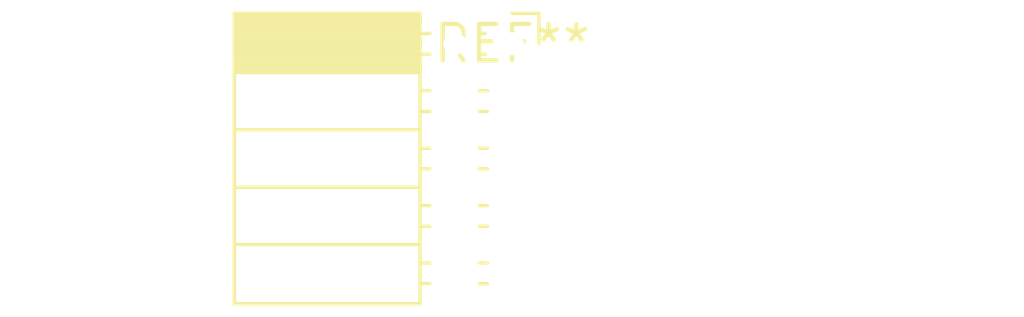
<source format=kicad_pcb>
(kicad_pcb (version 20240108) (generator pcbnew)
  (layers (0 "F.Cu" signal) (31 "B.Cu" signal) (34 "B.Paste" user) (35 "F.Paste" user) (36 "B.SilkS" user "B.Silkscreen") (37 "F.SilkS" user "F.Silkscreen") (38 "B.Mask" user) (39 "F.Mask" user) (44 "Edge.Cuts" user))
  (net 0 "")
  (footprint "PinSocket_2x05_P2.00mm_Horizontal" (layer "F.Cu") (at 0 0)
    (property "Reference" "REF**")
    (property "Value" "PinSocket_2x05_P2.00mm_Horizontal")
    (fp_line (start -9.68 -1.06) (end -9.68 9.06) (layer "F.SilkS") (stroke (width 0.12)))
    (fp_line (start -9.68 -1.06) (end -3.21 -1.06) (layer "F.SilkS") (stroke (width 0.12)))
    (fp_line (start -9.68 -0.94) (end -3.21 -0.94) (layer "F.SilkS") (stroke (width 0.12)))
    (fp_line (start -9.68 -0.825882) (end -3.21 -0.825882) (layer "F.SilkS") (stroke (width 0.12)))
    (fp_line (start -9.68 -0.711764) (end -3.21 -0.711764) (layer "F.SilkS") (stroke (width 0.12)))
    (fp_line (start -9.68 -0.597646) (end -3.21 -0.597646) (layer "F.SilkS") (stroke (width 0.12)))
    (fp_line (start -9.68 -0.483528) (end -3.21 -0.483528) (layer "F.SilkS") (stroke (width 0.12)))
    (fp_line (start -9.68 -0.36941) (end -3.21 -0.36941) (layer "F.SilkS") (stroke (width 0.12)))
    (fp_line (start -9.68 -0.255292) (end -3.21 -0.255292) (layer "F.SilkS") (stroke (width 0.12)))
    (fp_line (start -9.68 -0.141174) (end -3.21 -0.141174) (layer "F.SilkS") (stroke (width 0.12)))
    (fp_line (start -9.68 -0.027056) (end -3.21 -0.027056) (layer "F.SilkS") (stroke (width 0.12)))
    (fp_line (start -9.68 0.087062) (end -3.21 0.087062) (layer "F.SilkS") (stroke (width 0.12)))
    (fp_line (start -9.68 0.20118) (end -3.21 0.20118) (layer "F.SilkS") (stroke (width 0.12)))
    (fp_line (start -9.68 0.315298) (end -3.21 0.315298) (layer "F.SilkS") (stroke (width 0.12)))
    (fp_line (start -9.68 0.429416) (end -3.21 0.429416) (layer "F.SilkS") (stroke (width 0.12)))
    (fp_line (start -9.68 0.543534) (end -3.21 0.543534) (layer "F.SilkS") (stroke (width 0.12)))
    (fp_line (start -9.68 0.657652) (end -3.21 0.657652) (layer "F.SilkS") (stroke (width 0.12)))
    (fp_line (start -9.68 0.77177) (end -3.21 0.77177) (layer "F.SilkS") (stroke (width 0.12)))
    (fp_line (start -9.68 0.885888) (end -3.21 0.885888) (layer "F.SilkS") (stroke (width 0.12)))
    (fp_line (start -9.68 1) (end -3.21 1) (layer "F.SilkS") (stroke (width 0.12)))
    (fp_line (start -9.68 3) (end -3.21 3) (layer "F.SilkS") (stroke (width 0.12)))
    (fp_line (start -9.68 5) (end -3.21 5) (layer "F.SilkS") (stroke (width 0.12)))
    (fp_line (start -9.68 7) (end -3.21 7) (layer "F.SilkS") (stroke (width 0.12)))
    (fp_line (start -9.68 9.06) (end -3.21 9.06) (layer "F.SilkS") (stroke (width 0.12)))
    (fp_line (start -3.21 -1.06) (end -3.21 9.06) (layer "F.SilkS") (stroke (width 0.12)))
    (fp_line (start -3.21 -0.36) (end -2.862917 -0.36) (layer "F.SilkS") (stroke (width 0.12)))
    (fp_line (start -3.21 0.36) (end -2.862917 0.36) (layer "F.SilkS") (stroke (width 0.12)))
    (fp_line (start -3.21 1.64) (end -2.862917 1.64) (layer "F.SilkS") (stroke (width 0.12)))
    (fp_line (start -3.21 2.36) (end -2.862917 2.36) (layer "F.SilkS") (stroke (width 0.12)))
    (fp_line (start -3.21 3.64) (end -2.862917 3.64) (layer "F.SilkS") (stroke (width 0.12)))
    (fp_line (start -3.21 4.36) (end -2.862917 4.36) (layer "F.SilkS") (stroke (width 0.12)))
    (fp_line (start -3.21 5.64) (end -2.862917 5.64) (layer "F.SilkS") (stroke (width 0.12)))
    (fp_line (start -3.21 6.36) (end -2.862917 6.36) (layer "F.SilkS") (stroke (width 0.12)))
    (fp_line (start -3.21 7.64) (end -2.862917 7.64) (layer "F.SilkS") (stroke (width 0.12)))
    (fp_line (start -3.21 8.36) (end -2.862917 8.36) (layer "F.SilkS") (stroke (width 0.12)))
    (fp_line (start -1.137083 -0.36) (end -0.935 -0.36) (layer "F.SilkS") (stroke (width 0.12)))
    (fp_line (start -1.137083 0.36) (end -0.935 0.36) (layer "F.SilkS") (stroke (width 0.12)))
    (fp_line (start -1.137083 1.64) (end -0.862917 1.64) (layer "F.SilkS") (stroke (width 0.12)))
    (fp_line (start -1.137083 2.36) (end -0.862917 2.36) (layer "F.SilkS") (stroke (width 0.12)))
    (fp_line (start -1.137083 3.64) (end -0.862917 3.64) (layer "F.SilkS") (stroke (width 0.12)))
    (fp_line (start -1.137083 4.36) (end -0.862917 4.36) (layer "F.SilkS") (stroke (width 0.12)))
    (fp_line (start -1.137083 5.64) (end -0.862917 5.64) (layer "F.SilkS") (stroke (width 0.12)))
    (fp_line (start -1.137083 6.36) (end -0.862917 6.36) (layer "F.SilkS") (stroke (width 0.12)))
    (fp_line (start -1.137083 7.64) (end -0.862917 7.64) (layer "F.SilkS") (stroke (width 0.12)))
    (fp_line (start -1.137083 8.36) (end -0.862917 8.36) (layer "F.SilkS") (stroke (width 0.12)))
    (fp_line (start 0 -1.06) (end 0.935 -1.06) (layer "F.SilkS") (stroke (width 0.12)))
    (fp_line (start 0.935 -1.06) (end 0.935 0) (layer "F.SilkS") (stroke (width 0.12)))
    (pad "1" thru_hole rect (at 0 0) (size 1.35 1.35) (drill 0.8) (layers *.Cu *.Mask) (remove_unused_layers))
    (pad "2" thru_hole oval (at -2 0) (size 1.35 1.35) (drill 0.8) (layers *.Cu *.Mask) (remove_unused_layers))
    (pad "3" thru_hole oval (at 0 2) (size 1.35 1.35) (drill 0.8) (layers *.Cu *.Mask) (remove_unused_layers))
    (pad "4" thru_hole oval (at -2 2) (size 1.35 1.35) (drill 0.8) (layers *.Cu *.Mask) (remove_unused_layers))
    (pad "5" thru_hole oval (at 0 4) (size 1.35 1.35) (drill 0.8) (layers *.Cu *.Mask) (remove_unused_layers))
    (pad "6" thru_hole oval (at -2 4) (size 1.35 1.35) (drill 0.8) (layers *.Cu *.Mask) (remove_unused_layers))
    (pad "7" thru_hole oval (at 0 6) (size 1.35 1.35) (drill 0.8) (layers *.Cu *.Mask) (remove_unused_layers))
    (pad "8" thru_hole oval (at -2 6) (size 1.35 1.35) (drill 0.8) (layers *.Cu *.Mask) (remove_unused_layers))
    (pad "9" thru_hole oval (at 0 8) (size 1.35 1.35) (drill 0.8) (layers *.Cu *.Mask) (remove_unused_layers))
    (pad "10" thru_hole oval (at -2 8) (size 1.35 1.35) (drill 0.8) (layers *.Cu *.Mask) (remove_unused_layers))
  )
)
</source>
